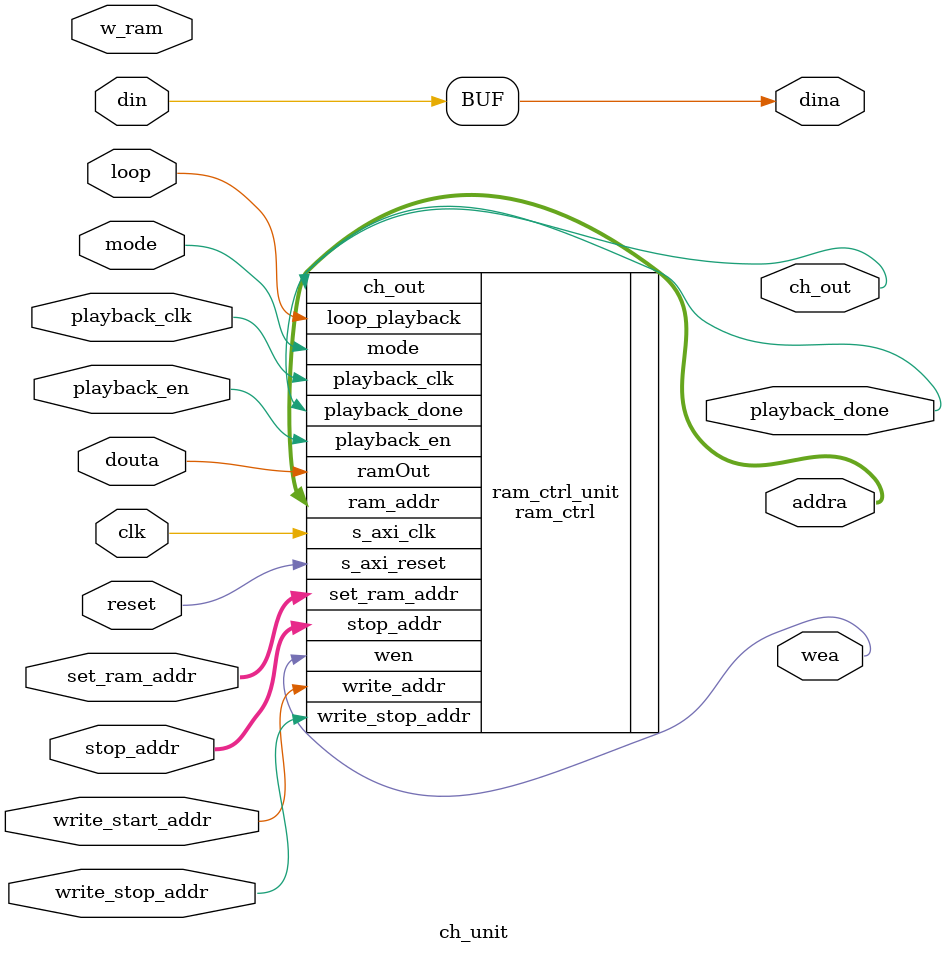
<source format=v>
`timescale 1ns / 1ps

module ch_unit #(
    parameter N_ADDR_BITS = 20,
    parameter DATA_WIDTH = 1,
    parameter DEPTH = 1048576
    )
    (
        input clk,
        input reset,
        input playback_clk,
        input [N_ADDR_BITS - 1 : 0] set_ram_addr,
        input loop,
        input w_ram,
        input din,
        output ch_out,
        input mode,
        input write_start_addr,
        output playback_done,
        input write_stop_addr,
        input [N_ADDR_BITS - 1 : 0] stop_addr,
        input playback_en,
        output wire [N_ADDR_BITS - 1 : 0] addra,
        output wire [DATA_WIDTH - 1 : 0] dina,
        input wire [DATA_WIDTH - 1 : 0] douta,
        output wire wea
    );
    
    assign dina = din;





    ram_ctrl # (
        .N_ADDR_BITS(N_ADDR_BITS),
        .MEM_DEPTH(DEPTH)
    ) ram_ctrl_unit (
        .s_axi_clk(clk),
        .s_axi_reset(reset),
        .playback_clk(playback_clk),
        .ram_addr(addra),
        .playback_done(playback_done),
        .wen(wea), //to ram
        .mode(mode),
        .write_stop_addr(write_stop_addr),
        .write_addr(write_start_addr),
        .stop_addr(stop_addr),
        .playback_en(playback_en),
        .loop_playback(loop),
        .set_ram_addr(set_ram_addr),
        .ch_out(ch_out),
        .ramOut(douta[0])
    );

endmodule

</source>
